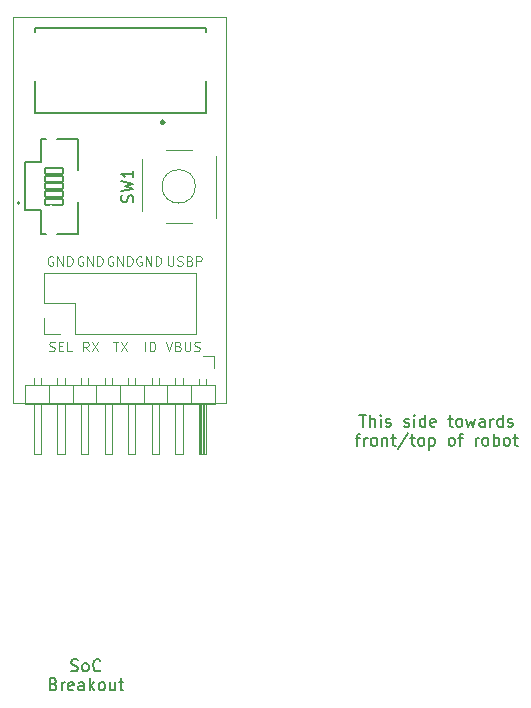
<source format=gbr>
%TF.GenerationSoftware,KiCad,Pcbnew,7.0.7*%
%TF.CreationDate,2023-09-15T20:16:18+02:00*%
%TF.ProjectId,DreameBreakout,44726561-6d65-4427-9265-616b6f75742e,rev?*%
%TF.SameCoordinates,Original*%
%TF.FileFunction,Legend,Top*%
%TF.FilePolarity,Positive*%
%FSLAX45Y45*%
G04 Gerber Fmt 4.5, Leading zero omitted, Abs format (unit mm)*
G04 Created by KiCad (PCBNEW 7.0.7) date 2023-09-15 20:16:18*
%MOMM*%
%LPD*%
G01*
G04 APERTURE LIST*
G04 Aperture macros list*
%AMRoundRect*
0 Rectangle with rounded corners*
0 $1 Rounding radius*
0 $2 $3 $4 $5 $6 $7 $8 $9 X,Y pos of 4 corners*
0 Add a 4 corners polygon primitive as box body*
4,1,4,$2,$3,$4,$5,$6,$7,$8,$9,$2,$3,0*
0 Add four circle primitives for the rounded corners*
1,1,$1+$1,$2,$3*
1,1,$1+$1,$4,$5*
1,1,$1+$1,$6,$7*
1,1,$1+$1,$8,$9*
0 Add four rect primitives between the rounded corners*
20,1,$1+$1,$2,$3,$4,$5,0*
20,1,$1+$1,$4,$5,$6,$7,0*
20,1,$1+$1,$6,$7,$8,$9,0*
20,1,$1+$1,$8,$9,$2,$3,0*%
G04 Aperture macros list end*
%TA.AperFunction,Profile*%
%ADD10C,0.100000*%
%TD*%
%ADD11C,0.120000*%
%ADD12C,0.150000*%
%ADD13C,0.127000*%
%ADD14C,0.300000*%
%ADD15C,0.200000*%
%ADD16R,1.700000X1.700000*%
%ADD17O,1.700000X1.700000*%
%ADD18R,1.428000X1.428000*%
%ADD19C,1.428000*%
%ADD20C,3.346000*%
%ADD21R,1.350000X1.350000*%
%ADD22O,1.350000X1.350000*%
%ADD23RoundRect,0.076200X0.750000X0.225000X-0.750000X0.225000X-0.750000X-0.225000X0.750000X-0.225000X0*%
%ADD24O,1.252400X2.352400*%
%ADD25C,1.700000*%
G04 APERTURE END LIST*
D10*
X5000000Y-4065500D02*
X6800000Y-4065500D01*
X6800000Y-7332600D01*
X5000000Y-7332600D01*
X5000000Y-4065500D01*
D11*
X6119500Y-6894385D02*
X6119500Y-6814385D01*
X6157595Y-6894385D02*
X6157595Y-6814385D01*
X6157595Y-6814385D02*
X6176643Y-6814385D01*
X6176643Y-6814385D02*
X6188071Y-6818195D01*
X6188071Y-6818195D02*
X6195690Y-6825814D01*
X6195690Y-6825814D02*
X6199500Y-6833433D01*
X6199500Y-6833433D02*
X6203309Y-6848671D01*
X6203309Y-6848671D02*
X6203309Y-6860100D01*
X6203309Y-6860100D02*
X6199500Y-6875338D01*
X6199500Y-6875338D02*
X6195690Y-6882957D01*
X6195690Y-6882957D02*
X6188071Y-6890576D01*
X6188071Y-6890576D02*
X6176643Y-6894385D01*
X6176643Y-6894385D02*
X6157595Y-6894385D01*
D12*
X7930438Y-7434182D02*
X7987581Y-7434182D01*
X7959009Y-7534182D02*
X7959009Y-7434182D01*
X8020914Y-7534182D02*
X8020914Y-7434182D01*
X8063771Y-7534182D02*
X8063771Y-7481801D01*
X8063771Y-7481801D02*
X8059009Y-7472277D01*
X8059009Y-7472277D02*
X8049486Y-7467515D01*
X8049486Y-7467515D02*
X8035200Y-7467515D01*
X8035200Y-7467515D02*
X8025676Y-7472277D01*
X8025676Y-7472277D02*
X8020914Y-7477039D01*
X8111390Y-7534182D02*
X8111390Y-7467515D01*
X8111390Y-7434182D02*
X8106628Y-7438944D01*
X8106628Y-7438944D02*
X8111390Y-7443706D01*
X8111390Y-7443706D02*
X8116152Y-7438944D01*
X8116152Y-7438944D02*
X8111390Y-7434182D01*
X8111390Y-7434182D02*
X8111390Y-7443706D01*
X8154247Y-7529420D02*
X8163771Y-7534182D01*
X8163771Y-7534182D02*
X8182819Y-7534182D01*
X8182819Y-7534182D02*
X8192343Y-7529420D01*
X8192343Y-7529420D02*
X8197105Y-7519896D01*
X8197105Y-7519896D02*
X8197105Y-7515134D01*
X8197105Y-7515134D02*
X8192343Y-7505610D01*
X8192343Y-7505610D02*
X8182819Y-7500848D01*
X8182819Y-7500848D02*
X8168533Y-7500848D01*
X8168533Y-7500848D02*
X8159009Y-7496087D01*
X8159009Y-7496087D02*
X8154247Y-7486563D01*
X8154247Y-7486563D02*
X8154247Y-7481801D01*
X8154247Y-7481801D02*
X8159009Y-7472277D01*
X8159009Y-7472277D02*
X8168533Y-7467515D01*
X8168533Y-7467515D02*
X8182819Y-7467515D01*
X8182819Y-7467515D02*
X8192343Y-7472277D01*
X8311390Y-7529420D02*
X8320914Y-7534182D01*
X8320914Y-7534182D02*
X8339962Y-7534182D01*
X8339962Y-7534182D02*
X8349486Y-7529420D01*
X8349486Y-7529420D02*
X8354247Y-7519896D01*
X8354247Y-7519896D02*
X8354247Y-7515134D01*
X8354247Y-7515134D02*
X8349486Y-7505610D01*
X8349486Y-7505610D02*
X8339962Y-7500848D01*
X8339962Y-7500848D02*
X8325676Y-7500848D01*
X8325676Y-7500848D02*
X8316152Y-7496087D01*
X8316152Y-7496087D02*
X8311390Y-7486563D01*
X8311390Y-7486563D02*
X8311390Y-7481801D01*
X8311390Y-7481801D02*
X8316152Y-7472277D01*
X8316152Y-7472277D02*
X8325676Y-7467515D01*
X8325676Y-7467515D02*
X8339962Y-7467515D01*
X8339962Y-7467515D02*
X8349486Y-7472277D01*
X8397105Y-7534182D02*
X8397105Y-7467515D01*
X8397105Y-7434182D02*
X8392343Y-7438944D01*
X8392343Y-7438944D02*
X8397105Y-7443706D01*
X8397105Y-7443706D02*
X8401867Y-7438944D01*
X8401867Y-7438944D02*
X8397105Y-7434182D01*
X8397105Y-7434182D02*
X8397105Y-7443706D01*
X8487581Y-7534182D02*
X8487581Y-7434182D01*
X8487581Y-7529420D02*
X8478057Y-7534182D01*
X8478057Y-7534182D02*
X8459009Y-7534182D01*
X8459009Y-7534182D02*
X8449486Y-7529420D01*
X8449486Y-7529420D02*
X8444724Y-7524658D01*
X8444724Y-7524658D02*
X8439962Y-7515134D01*
X8439962Y-7515134D02*
X8439962Y-7486563D01*
X8439962Y-7486563D02*
X8444724Y-7477039D01*
X8444724Y-7477039D02*
X8449486Y-7472277D01*
X8449486Y-7472277D02*
X8459009Y-7467515D01*
X8459009Y-7467515D02*
X8478057Y-7467515D01*
X8478057Y-7467515D02*
X8487581Y-7472277D01*
X8573295Y-7529420D02*
X8563771Y-7534182D01*
X8563771Y-7534182D02*
X8544724Y-7534182D01*
X8544724Y-7534182D02*
X8535200Y-7529420D01*
X8535200Y-7529420D02*
X8530438Y-7519896D01*
X8530438Y-7519896D02*
X8530438Y-7481801D01*
X8530438Y-7481801D02*
X8535200Y-7472277D01*
X8535200Y-7472277D02*
X8544724Y-7467515D01*
X8544724Y-7467515D02*
X8563771Y-7467515D01*
X8563771Y-7467515D02*
X8573295Y-7472277D01*
X8573295Y-7472277D02*
X8578057Y-7481801D01*
X8578057Y-7481801D02*
X8578057Y-7491325D01*
X8578057Y-7491325D02*
X8530438Y-7500848D01*
X8682819Y-7467515D02*
X8720914Y-7467515D01*
X8697105Y-7434182D02*
X8697105Y-7519896D01*
X8697105Y-7519896D02*
X8701867Y-7529420D01*
X8701867Y-7529420D02*
X8711390Y-7534182D01*
X8711390Y-7534182D02*
X8720914Y-7534182D01*
X8768533Y-7534182D02*
X8759010Y-7529420D01*
X8759010Y-7529420D02*
X8754248Y-7524658D01*
X8754248Y-7524658D02*
X8749486Y-7515134D01*
X8749486Y-7515134D02*
X8749486Y-7486563D01*
X8749486Y-7486563D02*
X8754248Y-7477039D01*
X8754248Y-7477039D02*
X8759010Y-7472277D01*
X8759010Y-7472277D02*
X8768533Y-7467515D01*
X8768533Y-7467515D02*
X8782819Y-7467515D01*
X8782819Y-7467515D02*
X8792343Y-7472277D01*
X8792343Y-7472277D02*
X8797105Y-7477039D01*
X8797105Y-7477039D02*
X8801867Y-7486563D01*
X8801867Y-7486563D02*
X8801867Y-7515134D01*
X8801867Y-7515134D02*
X8797105Y-7524658D01*
X8797105Y-7524658D02*
X8792343Y-7529420D01*
X8792343Y-7529420D02*
X8782819Y-7534182D01*
X8782819Y-7534182D02*
X8768533Y-7534182D01*
X8835200Y-7467515D02*
X8854248Y-7534182D01*
X8854248Y-7534182D02*
X8873295Y-7486563D01*
X8873295Y-7486563D02*
X8892343Y-7534182D01*
X8892343Y-7534182D02*
X8911390Y-7467515D01*
X8992343Y-7534182D02*
X8992343Y-7481801D01*
X8992343Y-7481801D02*
X8987581Y-7472277D01*
X8987581Y-7472277D02*
X8978057Y-7467515D01*
X8978057Y-7467515D02*
X8959010Y-7467515D01*
X8959010Y-7467515D02*
X8949486Y-7472277D01*
X8992343Y-7529420D02*
X8982819Y-7534182D01*
X8982819Y-7534182D02*
X8959010Y-7534182D01*
X8959010Y-7534182D02*
X8949486Y-7529420D01*
X8949486Y-7529420D02*
X8944724Y-7519896D01*
X8944724Y-7519896D02*
X8944724Y-7510372D01*
X8944724Y-7510372D02*
X8949486Y-7500848D01*
X8949486Y-7500848D02*
X8959010Y-7496087D01*
X8959010Y-7496087D02*
X8982819Y-7496087D01*
X8982819Y-7496087D02*
X8992343Y-7491325D01*
X9039962Y-7534182D02*
X9039962Y-7467515D01*
X9039962Y-7486563D02*
X9044724Y-7477039D01*
X9044724Y-7477039D02*
X9049486Y-7472277D01*
X9049486Y-7472277D02*
X9059010Y-7467515D01*
X9059010Y-7467515D02*
X9068533Y-7467515D01*
X9144724Y-7534182D02*
X9144724Y-7434182D01*
X9144724Y-7529420D02*
X9135200Y-7534182D01*
X9135200Y-7534182D02*
X9116152Y-7534182D01*
X9116152Y-7534182D02*
X9106629Y-7529420D01*
X9106629Y-7529420D02*
X9101867Y-7524658D01*
X9101867Y-7524658D02*
X9097105Y-7515134D01*
X9097105Y-7515134D02*
X9097105Y-7486563D01*
X9097105Y-7486563D02*
X9101867Y-7477039D01*
X9101867Y-7477039D02*
X9106629Y-7472277D01*
X9106629Y-7472277D02*
X9116152Y-7467515D01*
X9116152Y-7467515D02*
X9135200Y-7467515D01*
X9135200Y-7467515D02*
X9144724Y-7472277D01*
X9187581Y-7529420D02*
X9197105Y-7534182D01*
X9197105Y-7534182D02*
X9216152Y-7534182D01*
X9216152Y-7534182D02*
X9225676Y-7529420D01*
X9225676Y-7529420D02*
X9230438Y-7519896D01*
X9230438Y-7519896D02*
X9230438Y-7515134D01*
X9230438Y-7515134D02*
X9225676Y-7505610D01*
X9225676Y-7505610D02*
X9216152Y-7500848D01*
X9216152Y-7500848D02*
X9201867Y-7500848D01*
X9201867Y-7500848D02*
X9192343Y-7496087D01*
X9192343Y-7496087D02*
X9187581Y-7486563D01*
X9187581Y-7486563D02*
X9187581Y-7481801D01*
X9187581Y-7481801D02*
X9192343Y-7472277D01*
X9192343Y-7472277D02*
X9201867Y-7467515D01*
X9201867Y-7467515D02*
X9216152Y-7467515D01*
X9216152Y-7467515D02*
X9225676Y-7472277D01*
X7899485Y-7628515D02*
X7937581Y-7628515D01*
X7913771Y-7695182D02*
X7913771Y-7609468D01*
X7913771Y-7609468D02*
X7918533Y-7599944D01*
X7918533Y-7599944D02*
X7928057Y-7595182D01*
X7928057Y-7595182D02*
X7937581Y-7595182D01*
X7970914Y-7695182D02*
X7970914Y-7628515D01*
X7970914Y-7647563D02*
X7975676Y-7638039D01*
X7975676Y-7638039D02*
X7980438Y-7633277D01*
X7980438Y-7633277D02*
X7989962Y-7628515D01*
X7989962Y-7628515D02*
X7999485Y-7628515D01*
X8047105Y-7695182D02*
X8037581Y-7690420D01*
X8037581Y-7690420D02*
X8032819Y-7685658D01*
X8032819Y-7685658D02*
X8028057Y-7676134D01*
X8028057Y-7676134D02*
X8028057Y-7647563D01*
X8028057Y-7647563D02*
X8032819Y-7638039D01*
X8032819Y-7638039D02*
X8037581Y-7633277D01*
X8037581Y-7633277D02*
X8047105Y-7628515D01*
X8047105Y-7628515D02*
X8061390Y-7628515D01*
X8061390Y-7628515D02*
X8070914Y-7633277D01*
X8070914Y-7633277D02*
X8075676Y-7638039D01*
X8075676Y-7638039D02*
X8080438Y-7647563D01*
X8080438Y-7647563D02*
X8080438Y-7676134D01*
X8080438Y-7676134D02*
X8075676Y-7685658D01*
X8075676Y-7685658D02*
X8070914Y-7690420D01*
X8070914Y-7690420D02*
X8061390Y-7695182D01*
X8061390Y-7695182D02*
X8047105Y-7695182D01*
X8123295Y-7628515D02*
X8123295Y-7695182D01*
X8123295Y-7638039D02*
X8128057Y-7633277D01*
X8128057Y-7633277D02*
X8137581Y-7628515D01*
X8137581Y-7628515D02*
X8151866Y-7628515D01*
X8151866Y-7628515D02*
X8161390Y-7633277D01*
X8161390Y-7633277D02*
X8166152Y-7642801D01*
X8166152Y-7642801D02*
X8166152Y-7695182D01*
X8199486Y-7628515D02*
X8237581Y-7628515D01*
X8213771Y-7595182D02*
X8213771Y-7680896D01*
X8213771Y-7680896D02*
X8218533Y-7690420D01*
X8218533Y-7690420D02*
X8228057Y-7695182D01*
X8228057Y-7695182D02*
X8237581Y-7695182D01*
X8342343Y-7590420D02*
X8256628Y-7718991D01*
X8361390Y-7628515D02*
X8399486Y-7628515D01*
X8375676Y-7595182D02*
X8375676Y-7680896D01*
X8375676Y-7680896D02*
X8380438Y-7690420D01*
X8380438Y-7690420D02*
X8389962Y-7695182D01*
X8389962Y-7695182D02*
X8399486Y-7695182D01*
X8447105Y-7695182D02*
X8437581Y-7690420D01*
X8437581Y-7690420D02*
X8432819Y-7685658D01*
X8432819Y-7685658D02*
X8428057Y-7676134D01*
X8428057Y-7676134D02*
X8428057Y-7647563D01*
X8428057Y-7647563D02*
X8432819Y-7638039D01*
X8432819Y-7638039D02*
X8437581Y-7633277D01*
X8437581Y-7633277D02*
X8447105Y-7628515D01*
X8447105Y-7628515D02*
X8461390Y-7628515D01*
X8461390Y-7628515D02*
X8470914Y-7633277D01*
X8470914Y-7633277D02*
X8475676Y-7638039D01*
X8475676Y-7638039D02*
X8480438Y-7647563D01*
X8480438Y-7647563D02*
X8480438Y-7676134D01*
X8480438Y-7676134D02*
X8475676Y-7685658D01*
X8475676Y-7685658D02*
X8470914Y-7690420D01*
X8470914Y-7690420D02*
X8461390Y-7695182D01*
X8461390Y-7695182D02*
X8447105Y-7695182D01*
X8523295Y-7628515D02*
X8523295Y-7728515D01*
X8523295Y-7633277D02*
X8532819Y-7628515D01*
X8532819Y-7628515D02*
X8551867Y-7628515D01*
X8551867Y-7628515D02*
X8561390Y-7633277D01*
X8561390Y-7633277D02*
X8566152Y-7638039D01*
X8566152Y-7638039D02*
X8570914Y-7647563D01*
X8570914Y-7647563D02*
X8570914Y-7676134D01*
X8570914Y-7676134D02*
X8566152Y-7685658D01*
X8566152Y-7685658D02*
X8561390Y-7690420D01*
X8561390Y-7690420D02*
X8551867Y-7695182D01*
X8551867Y-7695182D02*
X8532819Y-7695182D01*
X8532819Y-7695182D02*
X8523295Y-7690420D01*
X8704248Y-7695182D02*
X8694724Y-7690420D01*
X8694724Y-7690420D02*
X8689962Y-7685658D01*
X8689962Y-7685658D02*
X8685200Y-7676134D01*
X8685200Y-7676134D02*
X8685200Y-7647563D01*
X8685200Y-7647563D02*
X8689962Y-7638039D01*
X8689962Y-7638039D02*
X8694724Y-7633277D01*
X8694724Y-7633277D02*
X8704248Y-7628515D01*
X8704248Y-7628515D02*
X8718533Y-7628515D01*
X8718533Y-7628515D02*
X8728057Y-7633277D01*
X8728057Y-7633277D02*
X8732819Y-7638039D01*
X8732819Y-7638039D02*
X8737581Y-7647563D01*
X8737581Y-7647563D02*
X8737581Y-7676134D01*
X8737581Y-7676134D02*
X8732819Y-7685658D01*
X8732819Y-7685658D02*
X8728057Y-7690420D01*
X8728057Y-7690420D02*
X8718533Y-7695182D01*
X8718533Y-7695182D02*
X8704248Y-7695182D01*
X8766152Y-7628515D02*
X8804248Y-7628515D01*
X8780438Y-7695182D02*
X8780438Y-7609468D01*
X8780438Y-7609468D02*
X8785200Y-7599944D01*
X8785200Y-7599944D02*
X8794724Y-7595182D01*
X8794724Y-7595182D02*
X8804248Y-7595182D01*
X8913772Y-7695182D02*
X8913772Y-7628515D01*
X8913772Y-7647563D02*
X8918533Y-7638039D01*
X8918533Y-7638039D02*
X8923295Y-7633277D01*
X8923295Y-7633277D02*
X8932819Y-7628515D01*
X8932819Y-7628515D02*
X8942343Y-7628515D01*
X8989962Y-7695182D02*
X8980438Y-7690420D01*
X8980438Y-7690420D02*
X8975676Y-7685658D01*
X8975676Y-7685658D02*
X8970914Y-7676134D01*
X8970914Y-7676134D02*
X8970914Y-7647563D01*
X8970914Y-7647563D02*
X8975676Y-7638039D01*
X8975676Y-7638039D02*
X8980438Y-7633277D01*
X8980438Y-7633277D02*
X8989962Y-7628515D01*
X8989962Y-7628515D02*
X9004248Y-7628515D01*
X9004248Y-7628515D02*
X9013772Y-7633277D01*
X9013772Y-7633277D02*
X9018533Y-7638039D01*
X9018533Y-7638039D02*
X9023295Y-7647563D01*
X9023295Y-7647563D02*
X9023295Y-7676134D01*
X9023295Y-7676134D02*
X9018533Y-7685658D01*
X9018533Y-7685658D02*
X9013772Y-7690420D01*
X9013772Y-7690420D02*
X9004248Y-7695182D01*
X9004248Y-7695182D02*
X8989962Y-7695182D01*
X9066153Y-7695182D02*
X9066153Y-7595182D01*
X9066153Y-7633277D02*
X9075676Y-7628515D01*
X9075676Y-7628515D02*
X9094724Y-7628515D01*
X9094724Y-7628515D02*
X9104248Y-7633277D01*
X9104248Y-7633277D02*
X9109010Y-7638039D01*
X9109010Y-7638039D02*
X9113772Y-7647563D01*
X9113772Y-7647563D02*
X9113772Y-7676134D01*
X9113772Y-7676134D02*
X9109010Y-7685658D01*
X9109010Y-7685658D02*
X9104248Y-7690420D01*
X9104248Y-7690420D02*
X9094724Y-7695182D01*
X9094724Y-7695182D02*
X9075676Y-7695182D01*
X9075676Y-7695182D02*
X9066153Y-7690420D01*
X9170914Y-7695182D02*
X9161391Y-7690420D01*
X9161391Y-7690420D02*
X9156629Y-7685658D01*
X9156629Y-7685658D02*
X9151867Y-7676134D01*
X9151867Y-7676134D02*
X9151867Y-7647563D01*
X9151867Y-7647563D02*
X9156629Y-7638039D01*
X9156629Y-7638039D02*
X9161391Y-7633277D01*
X9161391Y-7633277D02*
X9170914Y-7628515D01*
X9170914Y-7628515D02*
X9185200Y-7628515D01*
X9185200Y-7628515D02*
X9194724Y-7633277D01*
X9194724Y-7633277D02*
X9199486Y-7638039D01*
X9199486Y-7638039D02*
X9204248Y-7647563D01*
X9204248Y-7647563D02*
X9204248Y-7676134D01*
X9204248Y-7676134D02*
X9199486Y-7685658D01*
X9199486Y-7685658D02*
X9194724Y-7690420D01*
X9194724Y-7690420D02*
X9185200Y-7695182D01*
X9185200Y-7695182D02*
X9170914Y-7695182D01*
X9232819Y-7628515D02*
X9270914Y-7628515D01*
X9247105Y-7595182D02*
X9247105Y-7680896D01*
X9247105Y-7680896D02*
X9251867Y-7690420D01*
X9251867Y-7690420D02*
X9261391Y-7695182D01*
X9261391Y-7695182D02*
X9270914Y-7695182D01*
D11*
X6292233Y-6814385D02*
X6318900Y-6894385D01*
X6318900Y-6894385D02*
X6345567Y-6814385D01*
X6398900Y-6852481D02*
X6410328Y-6856290D01*
X6410328Y-6856290D02*
X6414138Y-6860100D01*
X6414138Y-6860100D02*
X6417948Y-6867719D01*
X6417948Y-6867719D02*
X6417948Y-6879147D01*
X6417948Y-6879147D02*
X6414138Y-6886766D01*
X6414138Y-6886766D02*
X6410328Y-6890576D01*
X6410328Y-6890576D02*
X6402709Y-6894385D01*
X6402709Y-6894385D02*
X6372233Y-6894385D01*
X6372233Y-6894385D02*
X6372233Y-6814385D01*
X6372233Y-6814385D02*
X6398900Y-6814385D01*
X6398900Y-6814385D02*
X6406519Y-6818195D01*
X6406519Y-6818195D02*
X6410328Y-6822004D01*
X6410328Y-6822004D02*
X6414138Y-6829624D01*
X6414138Y-6829624D02*
X6414138Y-6837243D01*
X6414138Y-6837243D02*
X6410328Y-6844862D01*
X6410328Y-6844862D02*
X6406519Y-6848671D01*
X6406519Y-6848671D02*
X6398900Y-6852481D01*
X6398900Y-6852481D02*
X6372233Y-6852481D01*
X6452233Y-6814385D02*
X6452233Y-6879147D01*
X6452233Y-6879147D02*
X6456043Y-6886766D01*
X6456043Y-6886766D02*
X6459852Y-6890576D01*
X6459852Y-6890576D02*
X6467471Y-6894385D01*
X6467471Y-6894385D02*
X6482709Y-6894385D01*
X6482709Y-6894385D02*
X6490328Y-6890576D01*
X6490328Y-6890576D02*
X6494138Y-6886766D01*
X6494138Y-6886766D02*
X6497948Y-6879147D01*
X6497948Y-6879147D02*
X6497948Y-6814385D01*
X6532233Y-6890576D02*
X6543662Y-6894385D01*
X6543662Y-6894385D02*
X6562709Y-6894385D01*
X6562709Y-6894385D02*
X6570328Y-6890576D01*
X6570328Y-6890576D02*
X6574138Y-6886766D01*
X6574138Y-6886766D02*
X6577947Y-6879147D01*
X6577947Y-6879147D02*
X6577947Y-6871528D01*
X6577947Y-6871528D02*
X6574138Y-6863909D01*
X6574138Y-6863909D02*
X6570328Y-6860100D01*
X6570328Y-6860100D02*
X6562709Y-6856290D01*
X6562709Y-6856290D02*
X6547471Y-6852481D01*
X6547471Y-6852481D02*
X6539852Y-6848671D01*
X6539852Y-6848671D02*
X6536043Y-6844862D01*
X6536043Y-6844862D02*
X6532233Y-6837243D01*
X6532233Y-6837243D02*
X6532233Y-6829624D01*
X6532233Y-6829624D02*
X6536043Y-6822004D01*
X6536043Y-6822004D02*
X6539852Y-6818195D01*
X6539852Y-6818195D02*
X6547471Y-6814385D01*
X6547471Y-6814385D02*
X6566519Y-6814385D01*
X6566519Y-6814385D02*
X6577947Y-6818195D01*
X6310648Y-6090485D02*
X6310648Y-6155247D01*
X6310648Y-6155247D02*
X6314457Y-6162866D01*
X6314457Y-6162866D02*
X6318267Y-6166676D01*
X6318267Y-6166676D02*
X6325886Y-6170485D01*
X6325886Y-6170485D02*
X6341124Y-6170485D01*
X6341124Y-6170485D02*
X6348743Y-6166676D01*
X6348743Y-6166676D02*
X6352552Y-6162866D01*
X6352552Y-6162866D02*
X6356362Y-6155247D01*
X6356362Y-6155247D02*
X6356362Y-6090485D01*
X6390647Y-6166676D02*
X6402076Y-6170485D01*
X6402076Y-6170485D02*
X6421124Y-6170485D01*
X6421124Y-6170485D02*
X6428743Y-6166676D01*
X6428743Y-6166676D02*
X6432552Y-6162866D01*
X6432552Y-6162866D02*
X6436362Y-6155247D01*
X6436362Y-6155247D02*
X6436362Y-6147628D01*
X6436362Y-6147628D02*
X6432552Y-6140009D01*
X6432552Y-6140009D02*
X6428743Y-6136200D01*
X6428743Y-6136200D02*
X6421124Y-6132390D01*
X6421124Y-6132390D02*
X6405886Y-6128581D01*
X6405886Y-6128581D02*
X6398267Y-6124771D01*
X6398267Y-6124771D02*
X6394457Y-6120962D01*
X6394457Y-6120962D02*
X6390647Y-6113343D01*
X6390647Y-6113343D02*
X6390647Y-6105724D01*
X6390647Y-6105724D02*
X6394457Y-6098104D01*
X6394457Y-6098104D02*
X6398267Y-6094295D01*
X6398267Y-6094295D02*
X6405886Y-6090485D01*
X6405886Y-6090485D02*
X6424933Y-6090485D01*
X6424933Y-6090485D02*
X6436362Y-6094295D01*
X6497314Y-6128581D02*
X6508743Y-6132390D01*
X6508743Y-6132390D02*
X6512552Y-6136200D01*
X6512552Y-6136200D02*
X6516362Y-6143819D01*
X6516362Y-6143819D02*
X6516362Y-6155247D01*
X6516362Y-6155247D02*
X6512552Y-6162866D01*
X6512552Y-6162866D02*
X6508743Y-6166676D01*
X6508743Y-6166676D02*
X6501124Y-6170485D01*
X6501124Y-6170485D02*
X6470648Y-6170485D01*
X6470648Y-6170485D02*
X6470648Y-6090485D01*
X6470648Y-6090485D02*
X6497314Y-6090485D01*
X6497314Y-6090485D02*
X6504933Y-6094295D01*
X6504933Y-6094295D02*
X6508743Y-6098104D01*
X6508743Y-6098104D02*
X6512552Y-6105724D01*
X6512552Y-6105724D02*
X6512552Y-6113343D01*
X6512552Y-6113343D02*
X6508743Y-6120962D01*
X6508743Y-6120962D02*
X6504933Y-6124771D01*
X6504933Y-6124771D02*
X6497314Y-6128581D01*
X6497314Y-6128581D02*
X6470648Y-6128581D01*
X6550648Y-6170485D02*
X6550648Y-6090485D01*
X6550648Y-6090485D02*
X6581124Y-6090485D01*
X6581124Y-6090485D02*
X6588743Y-6094295D01*
X6588743Y-6094295D02*
X6592552Y-6098104D01*
X6592552Y-6098104D02*
X6596362Y-6105724D01*
X6596362Y-6105724D02*
X6596362Y-6117152D01*
X6596362Y-6117152D02*
X6592552Y-6124771D01*
X6592552Y-6124771D02*
X6588743Y-6128581D01*
X6588743Y-6128581D02*
X6581124Y-6132390D01*
X6581124Y-6132390D02*
X6550648Y-6132390D01*
X5336548Y-6094295D02*
X5328929Y-6090485D01*
X5328929Y-6090485D02*
X5317500Y-6090485D01*
X5317500Y-6090485D02*
X5306071Y-6094295D01*
X5306071Y-6094295D02*
X5298452Y-6101914D01*
X5298452Y-6101914D02*
X5294643Y-6109533D01*
X5294643Y-6109533D02*
X5290833Y-6124771D01*
X5290833Y-6124771D02*
X5290833Y-6136200D01*
X5290833Y-6136200D02*
X5294643Y-6151438D01*
X5294643Y-6151438D02*
X5298452Y-6159057D01*
X5298452Y-6159057D02*
X5306071Y-6166676D01*
X5306071Y-6166676D02*
X5317500Y-6170485D01*
X5317500Y-6170485D02*
X5325119Y-6170485D01*
X5325119Y-6170485D02*
X5336548Y-6166676D01*
X5336548Y-6166676D02*
X5340357Y-6162866D01*
X5340357Y-6162866D02*
X5340357Y-6136200D01*
X5340357Y-6136200D02*
X5325119Y-6136200D01*
X5374643Y-6170485D02*
X5374643Y-6090485D01*
X5374643Y-6090485D02*
X5420357Y-6170485D01*
X5420357Y-6170485D02*
X5420357Y-6090485D01*
X5458452Y-6170485D02*
X5458452Y-6090485D01*
X5458452Y-6090485D02*
X5477500Y-6090485D01*
X5477500Y-6090485D02*
X5488929Y-6094295D01*
X5488929Y-6094295D02*
X5496548Y-6101914D01*
X5496548Y-6101914D02*
X5500357Y-6109533D01*
X5500357Y-6109533D02*
X5504167Y-6124771D01*
X5504167Y-6124771D02*
X5504167Y-6136200D01*
X5504167Y-6136200D02*
X5500357Y-6151438D01*
X5500357Y-6151438D02*
X5496548Y-6159057D01*
X5496548Y-6159057D02*
X5488929Y-6166676D01*
X5488929Y-6166676D02*
X5477500Y-6170485D01*
X5477500Y-6170485D02*
X5458452Y-6170485D01*
X5844548Y-6814385D02*
X5890262Y-6814385D01*
X5867405Y-6894385D02*
X5867405Y-6814385D01*
X5909309Y-6814385D02*
X5962643Y-6894385D01*
X5962643Y-6814385D02*
X5909309Y-6894385D01*
X5844548Y-6094295D02*
X5836929Y-6090485D01*
X5836929Y-6090485D02*
X5825500Y-6090485D01*
X5825500Y-6090485D02*
X5814071Y-6094295D01*
X5814071Y-6094295D02*
X5806452Y-6101914D01*
X5806452Y-6101914D02*
X5802643Y-6109533D01*
X5802643Y-6109533D02*
X5798833Y-6124771D01*
X5798833Y-6124771D02*
X5798833Y-6136200D01*
X5798833Y-6136200D02*
X5802643Y-6151438D01*
X5802643Y-6151438D02*
X5806452Y-6159057D01*
X5806452Y-6159057D02*
X5814071Y-6166676D01*
X5814071Y-6166676D02*
X5825500Y-6170485D01*
X5825500Y-6170485D02*
X5833119Y-6170485D01*
X5833119Y-6170485D02*
X5844548Y-6166676D01*
X5844548Y-6166676D02*
X5848357Y-6162866D01*
X5848357Y-6162866D02*
X5848357Y-6136200D01*
X5848357Y-6136200D02*
X5833119Y-6136200D01*
X5882643Y-6170485D02*
X5882643Y-6090485D01*
X5882643Y-6090485D02*
X5928357Y-6170485D01*
X5928357Y-6170485D02*
X5928357Y-6090485D01*
X5966452Y-6170485D02*
X5966452Y-6090485D01*
X5966452Y-6090485D02*
X5985500Y-6090485D01*
X5985500Y-6090485D02*
X5996929Y-6094295D01*
X5996929Y-6094295D02*
X6004548Y-6101914D01*
X6004548Y-6101914D02*
X6008357Y-6109533D01*
X6008357Y-6109533D02*
X6012167Y-6124771D01*
X6012167Y-6124771D02*
X6012167Y-6136200D01*
X6012167Y-6136200D02*
X6008357Y-6151438D01*
X6008357Y-6151438D02*
X6004548Y-6159057D01*
X6004548Y-6159057D02*
X5996929Y-6166676D01*
X5996929Y-6166676D02*
X5985500Y-6170485D01*
X5985500Y-6170485D02*
X5966452Y-6170485D01*
X6085848Y-6094295D02*
X6078229Y-6090485D01*
X6078229Y-6090485D02*
X6066800Y-6090485D01*
X6066800Y-6090485D02*
X6055371Y-6094295D01*
X6055371Y-6094295D02*
X6047752Y-6101914D01*
X6047752Y-6101914D02*
X6043943Y-6109533D01*
X6043943Y-6109533D02*
X6040133Y-6124771D01*
X6040133Y-6124771D02*
X6040133Y-6136200D01*
X6040133Y-6136200D02*
X6043943Y-6151438D01*
X6043943Y-6151438D02*
X6047752Y-6159057D01*
X6047752Y-6159057D02*
X6055371Y-6166676D01*
X6055371Y-6166676D02*
X6066800Y-6170485D01*
X6066800Y-6170485D02*
X6074419Y-6170485D01*
X6074419Y-6170485D02*
X6085848Y-6166676D01*
X6085848Y-6166676D02*
X6089657Y-6162866D01*
X6089657Y-6162866D02*
X6089657Y-6136200D01*
X6089657Y-6136200D02*
X6074419Y-6136200D01*
X6123943Y-6170485D02*
X6123943Y-6090485D01*
X6123943Y-6090485D02*
X6169657Y-6170485D01*
X6169657Y-6170485D02*
X6169657Y-6090485D01*
X6207752Y-6170485D02*
X6207752Y-6090485D01*
X6207752Y-6090485D02*
X6226800Y-6090485D01*
X6226800Y-6090485D02*
X6238229Y-6094295D01*
X6238229Y-6094295D02*
X6245848Y-6101914D01*
X6245848Y-6101914D02*
X6249657Y-6109533D01*
X6249657Y-6109533D02*
X6253467Y-6124771D01*
X6253467Y-6124771D02*
X6253467Y-6136200D01*
X6253467Y-6136200D02*
X6249657Y-6151438D01*
X6249657Y-6151438D02*
X6245848Y-6159057D01*
X6245848Y-6159057D02*
X6238229Y-6166676D01*
X6238229Y-6166676D02*
X6226800Y-6170485D01*
X6226800Y-6170485D02*
X6207752Y-6170485D01*
X5638167Y-6894385D02*
X5611500Y-6856290D01*
X5592452Y-6894385D02*
X5592452Y-6814385D01*
X5592452Y-6814385D02*
X5622929Y-6814385D01*
X5622929Y-6814385D02*
X5630548Y-6818195D01*
X5630548Y-6818195D02*
X5634357Y-6822004D01*
X5634357Y-6822004D02*
X5638167Y-6829624D01*
X5638167Y-6829624D02*
X5638167Y-6841052D01*
X5638167Y-6841052D02*
X5634357Y-6848671D01*
X5634357Y-6848671D02*
X5630548Y-6852481D01*
X5630548Y-6852481D02*
X5622929Y-6856290D01*
X5622929Y-6856290D02*
X5592452Y-6856290D01*
X5664833Y-6814385D02*
X5718167Y-6894385D01*
X5718167Y-6814385D02*
X5664833Y-6894385D01*
X5306071Y-6890576D02*
X5317500Y-6894385D01*
X5317500Y-6894385D02*
X5336548Y-6894385D01*
X5336548Y-6894385D02*
X5344167Y-6890576D01*
X5344167Y-6890576D02*
X5347976Y-6886766D01*
X5347976Y-6886766D02*
X5351786Y-6879147D01*
X5351786Y-6879147D02*
X5351786Y-6871528D01*
X5351786Y-6871528D02*
X5347976Y-6863909D01*
X5347976Y-6863909D02*
X5344167Y-6860100D01*
X5344167Y-6860100D02*
X5336548Y-6856290D01*
X5336548Y-6856290D02*
X5321309Y-6852481D01*
X5321309Y-6852481D02*
X5313690Y-6848671D01*
X5313690Y-6848671D02*
X5309881Y-6844862D01*
X5309881Y-6844862D02*
X5306071Y-6837243D01*
X5306071Y-6837243D02*
X5306071Y-6829624D01*
X5306071Y-6829624D02*
X5309881Y-6822004D01*
X5309881Y-6822004D02*
X5313690Y-6818195D01*
X5313690Y-6818195D02*
X5321309Y-6814385D01*
X5321309Y-6814385D02*
X5340357Y-6814385D01*
X5340357Y-6814385D02*
X5351786Y-6818195D01*
X5386071Y-6852481D02*
X5412738Y-6852481D01*
X5424167Y-6894385D02*
X5386071Y-6894385D01*
X5386071Y-6894385D02*
X5386071Y-6814385D01*
X5386071Y-6814385D02*
X5424167Y-6814385D01*
X5496548Y-6894385D02*
X5458452Y-6894385D01*
X5458452Y-6894385D02*
X5458452Y-6814385D01*
X5590548Y-6094295D02*
X5582929Y-6090485D01*
X5582929Y-6090485D02*
X5571500Y-6090485D01*
X5571500Y-6090485D02*
X5560071Y-6094295D01*
X5560071Y-6094295D02*
X5552452Y-6101914D01*
X5552452Y-6101914D02*
X5548643Y-6109533D01*
X5548643Y-6109533D02*
X5544833Y-6124771D01*
X5544833Y-6124771D02*
X5544833Y-6136200D01*
X5544833Y-6136200D02*
X5548643Y-6151438D01*
X5548643Y-6151438D02*
X5552452Y-6159057D01*
X5552452Y-6159057D02*
X5560071Y-6166676D01*
X5560071Y-6166676D02*
X5571500Y-6170485D01*
X5571500Y-6170485D02*
X5579119Y-6170485D01*
X5579119Y-6170485D02*
X5590548Y-6166676D01*
X5590548Y-6166676D02*
X5594357Y-6162866D01*
X5594357Y-6162866D02*
X5594357Y-6136200D01*
X5594357Y-6136200D02*
X5579119Y-6136200D01*
X5628643Y-6170485D02*
X5628643Y-6090485D01*
X5628643Y-6090485D02*
X5674357Y-6170485D01*
X5674357Y-6170485D02*
X5674357Y-6090485D01*
X5712452Y-6170485D02*
X5712452Y-6090485D01*
X5712452Y-6090485D02*
X5731500Y-6090485D01*
X5731500Y-6090485D02*
X5742929Y-6094295D01*
X5742929Y-6094295D02*
X5750548Y-6101914D01*
X5750548Y-6101914D02*
X5754357Y-6109533D01*
X5754357Y-6109533D02*
X5758167Y-6124771D01*
X5758167Y-6124771D02*
X5758167Y-6136200D01*
X5758167Y-6136200D02*
X5754357Y-6151438D01*
X5754357Y-6151438D02*
X5750548Y-6159057D01*
X5750548Y-6159057D02*
X5742929Y-6166676D01*
X5742929Y-6166676D02*
X5731500Y-6170485D01*
X5731500Y-6170485D02*
X5712452Y-6170485D01*
D12*
X5489591Y-9599520D02*
X5503876Y-9604282D01*
X5503876Y-9604282D02*
X5527686Y-9604282D01*
X5527686Y-9604282D02*
X5537210Y-9599520D01*
X5537210Y-9599520D02*
X5541971Y-9594758D01*
X5541971Y-9594758D02*
X5546733Y-9585234D01*
X5546733Y-9585234D02*
X5546733Y-9575710D01*
X5546733Y-9575710D02*
X5541971Y-9566187D01*
X5541971Y-9566187D02*
X5537210Y-9561425D01*
X5537210Y-9561425D02*
X5527686Y-9556663D01*
X5527686Y-9556663D02*
X5508638Y-9551901D01*
X5508638Y-9551901D02*
X5499114Y-9547139D01*
X5499114Y-9547139D02*
X5494352Y-9542377D01*
X5494352Y-9542377D02*
X5489591Y-9532853D01*
X5489591Y-9532853D02*
X5489591Y-9523330D01*
X5489591Y-9523330D02*
X5494352Y-9513806D01*
X5494352Y-9513806D02*
X5499114Y-9509044D01*
X5499114Y-9509044D02*
X5508638Y-9504282D01*
X5508638Y-9504282D02*
X5532448Y-9504282D01*
X5532448Y-9504282D02*
X5546733Y-9509044D01*
X5603876Y-9604282D02*
X5594352Y-9599520D01*
X5594352Y-9599520D02*
X5589591Y-9594758D01*
X5589591Y-9594758D02*
X5584829Y-9585234D01*
X5584829Y-9585234D02*
X5584829Y-9556663D01*
X5584829Y-9556663D02*
X5589591Y-9547139D01*
X5589591Y-9547139D02*
X5594352Y-9542377D01*
X5594352Y-9542377D02*
X5603876Y-9537615D01*
X5603876Y-9537615D02*
X5618162Y-9537615D01*
X5618162Y-9537615D02*
X5627686Y-9542377D01*
X5627686Y-9542377D02*
X5632448Y-9547139D01*
X5632448Y-9547139D02*
X5637209Y-9556663D01*
X5637209Y-9556663D02*
X5637209Y-9585234D01*
X5637209Y-9585234D02*
X5632448Y-9594758D01*
X5632448Y-9594758D02*
X5627686Y-9599520D01*
X5627686Y-9599520D02*
X5618162Y-9604282D01*
X5618162Y-9604282D02*
X5603876Y-9604282D01*
X5737209Y-9594758D02*
X5732448Y-9599520D01*
X5732448Y-9599520D02*
X5718162Y-9604282D01*
X5718162Y-9604282D02*
X5708638Y-9604282D01*
X5708638Y-9604282D02*
X5694352Y-9599520D01*
X5694352Y-9599520D02*
X5684829Y-9589996D01*
X5684829Y-9589996D02*
X5680067Y-9580472D01*
X5680067Y-9580472D02*
X5675305Y-9561425D01*
X5675305Y-9561425D02*
X5675305Y-9547139D01*
X5675305Y-9547139D02*
X5680067Y-9528091D01*
X5680067Y-9528091D02*
X5684829Y-9518568D01*
X5684829Y-9518568D02*
X5694352Y-9509044D01*
X5694352Y-9509044D02*
X5708638Y-9504282D01*
X5708638Y-9504282D02*
X5718162Y-9504282D01*
X5718162Y-9504282D02*
X5732448Y-9509044D01*
X5732448Y-9509044D02*
X5737209Y-9513806D01*
X5341971Y-9712901D02*
X5356257Y-9717663D01*
X5356257Y-9717663D02*
X5361019Y-9722425D01*
X5361019Y-9722425D02*
X5365781Y-9731949D01*
X5365781Y-9731949D02*
X5365781Y-9746234D01*
X5365781Y-9746234D02*
X5361019Y-9755758D01*
X5361019Y-9755758D02*
X5356257Y-9760520D01*
X5356257Y-9760520D02*
X5346733Y-9765282D01*
X5346733Y-9765282D02*
X5308638Y-9765282D01*
X5308638Y-9765282D02*
X5308638Y-9665282D01*
X5308638Y-9665282D02*
X5341971Y-9665282D01*
X5341971Y-9665282D02*
X5351495Y-9670044D01*
X5351495Y-9670044D02*
X5356257Y-9674806D01*
X5356257Y-9674806D02*
X5361019Y-9684330D01*
X5361019Y-9684330D02*
X5361019Y-9693853D01*
X5361019Y-9693853D02*
X5356257Y-9703377D01*
X5356257Y-9703377D02*
X5351495Y-9708139D01*
X5351495Y-9708139D02*
X5341971Y-9712901D01*
X5341971Y-9712901D02*
X5308638Y-9712901D01*
X5408638Y-9765282D02*
X5408638Y-9698615D01*
X5408638Y-9717663D02*
X5413400Y-9708139D01*
X5413400Y-9708139D02*
X5418162Y-9703377D01*
X5418162Y-9703377D02*
X5427686Y-9698615D01*
X5427686Y-9698615D02*
X5437209Y-9698615D01*
X5508638Y-9760520D02*
X5499114Y-9765282D01*
X5499114Y-9765282D02*
X5480067Y-9765282D01*
X5480067Y-9765282D02*
X5470543Y-9760520D01*
X5470543Y-9760520D02*
X5465781Y-9750996D01*
X5465781Y-9750996D02*
X5465781Y-9712901D01*
X5465781Y-9712901D02*
X5470543Y-9703377D01*
X5470543Y-9703377D02*
X5480067Y-9698615D01*
X5480067Y-9698615D02*
X5499114Y-9698615D01*
X5499114Y-9698615D02*
X5508638Y-9703377D01*
X5508638Y-9703377D02*
X5513400Y-9712901D01*
X5513400Y-9712901D02*
X5513400Y-9722425D01*
X5513400Y-9722425D02*
X5465781Y-9731949D01*
X5599114Y-9765282D02*
X5599114Y-9712901D01*
X5599114Y-9712901D02*
X5594352Y-9703377D01*
X5594352Y-9703377D02*
X5584829Y-9698615D01*
X5584829Y-9698615D02*
X5565781Y-9698615D01*
X5565781Y-9698615D02*
X5556257Y-9703377D01*
X5599114Y-9760520D02*
X5589590Y-9765282D01*
X5589590Y-9765282D02*
X5565781Y-9765282D01*
X5565781Y-9765282D02*
X5556257Y-9760520D01*
X5556257Y-9760520D02*
X5551495Y-9750996D01*
X5551495Y-9750996D02*
X5551495Y-9741472D01*
X5551495Y-9741472D02*
X5556257Y-9731949D01*
X5556257Y-9731949D02*
X5565781Y-9727187D01*
X5565781Y-9727187D02*
X5589590Y-9727187D01*
X5589590Y-9727187D02*
X5599114Y-9722425D01*
X5646733Y-9765282D02*
X5646733Y-9665282D01*
X5656257Y-9727187D02*
X5684828Y-9765282D01*
X5684828Y-9698615D02*
X5646733Y-9736710D01*
X5741971Y-9765282D02*
X5732448Y-9760520D01*
X5732448Y-9760520D02*
X5727686Y-9755758D01*
X5727686Y-9755758D02*
X5722924Y-9746234D01*
X5722924Y-9746234D02*
X5722924Y-9717663D01*
X5722924Y-9717663D02*
X5727686Y-9708139D01*
X5727686Y-9708139D02*
X5732448Y-9703377D01*
X5732448Y-9703377D02*
X5741971Y-9698615D01*
X5741971Y-9698615D02*
X5756257Y-9698615D01*
X5756257Y-9698615D02*
X5765781Y-9703377D01*
X5765781Y-9703377D02*
X5770543Y-9708139D01*
X5770543Y-9708139D02*
X5775305Y-9717663D01*
X5775305Y-9717663D02*
X5775305Y-9746234D01*
X5775305Y-9746234D02*
X5770543Y-9755758D01*
X5770543Y-9755758D02*
X5765781Y-9760520D01*
X5765781Y-9760520D02*
X5756257Y-9765282D01*
X5756257Y-9765282D02*
X5741971Y-9765282D01*
X5861019Y-9698615D02*
X5861019Y-9765282D01*
X5818162Y-9698615D02*
X5818162Y-9750996D01*
X5818162Y-9750996D02*
X5822924Y-9760520D01*
X5822924Y-9760520D02*
X5832448Y-9765282D01*
X5832448Y-9765282D02*
X5846733Y-9765282D01*
X5846733Y-9765282D02*
X5856257Y-9760520D01*
X5856257Y-9760520D02*
X5861019Y-9755758D01*
X5894352Y-9698615D02*
X5932448Y-9698615D01*
X5908638Y-9665282D02*
X5908638Y-9750996D01*
X5908638Y-9750996D02*
X5913400Y-9760520D01*
X5913400Y-9760520D02*
X5922924Y-9765282D01*
X5922924Y-9765282D02*
X5932448Y-9765282D01*
X6011520Y-5632433D02*
X6016282Y-5618147D01*
X6016282Y-5618147D02*
X6016282Y-5594338D01*
X6016282Y-5594338D02*
X6011520Y-5584814D01*
X6011520Y-5584814D02*
X6006758Y-5580052D01*
X6006758Y-5580052D02*
X5997234Y-5575290D01*
X5997234Y-5575290D02*
X5987710Y-5575290D01*
X5987710Y-5575290D02*
X5978187Y-5580052D01*
X5978187Y-5580052D02*
X5973425Y-5584814D01*
X5973425Y-5584814D02*
X5968663Y-5594338D01*
X5968663Y-5594338D02*
X5963901Y-5613386D01*
X5963901Y-5613386D02*
X5959139Y-5622909D01*
X5959139Y-5622909D02*
X5954377Y-5627671D01*
X5954377Y-5627671D02*
X5944853Y-5632433D01*
X5944853Y-5632433D02*
X5935329Y-5632433D01*
X5935329Y-5632433D02*
X5925806Y-5627671D01*
X5925806Y-5627671D02*
X5921044Y-5622909D01*
X5921044Y-5622909D02*
X5916282Y-5613386D01*
X5916282Y-5613386D02*
X5916282Y-5589576D01*
X5916282Y-5589576D02*
X5921044Y-5575290D01*
X5916282Y-5541957D02*
X6016282Y-5518148D01*
X6016282Y-5518148D02*
X5944853Y-5499100D01*
X5944853Y-5499100D02*
X6016282Y-5480052D01*
X6016282Y-5480052D02*
X5916282Y-5456243D01*
X6016282Y-5365767D02*
X6016282Y-5422909D01*
X6016282Y-5394338D02*
X5916282Y-5394338D01*
X5916282Y-5394338D02*
X5930568Y-5403862D01*
X5930568Y-5403862D02*
X5940091Y-5413386D01*
X5940091Y-5413386D02*
X5944853Y-5422909D01*
D11*
X5264500Y-6749700D02*
X5264500Y-6616700D01*
X5397500Y-6749700D02*
X5264500Y-6749700D01*
X5524500Y-6749700D02*
X6546500Y-6749700D01*
X5524500Y-6749700D02*
X5524500Y-6489700D01*
X6546500Y-6749700D02*
X6546500Y-6229700D01*
X5264500Y-6489700D02*
X5264500Y-6229700D01*
X5524500Y-6489700D02*
X5264500Y-6489700D01*
X5264500Y-6229700D02*
X6546500Y-6229700D01*
D13*
X6630500Y-4881900D02*
X5180500Y-4881900D01*
X6630500Y-4606900D02*
X6630500Y-4881900D01*
X6630500Y-4161900D02*
X6630500Y-4191900D01*
X5180500Y-4881900D02*
X5180500Y-4606900D01*
X5180500Y-4191900D02*
X5180500Y-4161900D01*
X5180500Y-4161900D02*
X6630500Y-4161900D01*
D14*
X6275500Y-4956900D02*
G75*
G03*
X6275500Y-4956900I-10000J0D01*
G01*
D11*
X6703900Y-6935800D02*
X6703900Y-7035800D01*
X6603900Y-6935800D02*
X6703900Y-6935800D01*
X6434900Y-7124011D02*
X6434900Y-7179800D01*
X6372900Y-7124011D02*
X6372900Y-7179800D01*
X6234900Y-7124011D02*
X6234900Y-7179800D01*
X6172900Y-7124011D02*
X6172900Y-7179800D01*
X6034900Y-7124011D02*
X6034900Y-7179800D01*
X5972900Y-7124011D02*
X5972900Y-7179800D01*
X5834900Y-7124011D02*
X5834900Y-7179800D01*
X5772900Y-7124011D02*
X5772900Y-7179800D01*
X5634900Y-7124011D02*
X5634900Y-7179800D01*
X5572900Y-7124011D02*
X5572900Y-7179800D01*
X5434900Y-7124011D02*
X5434900Y-7179800D01*
X5372900Y-7124011D02*
X5372900Y-7179800D01*
X5234900Y-7124011D02*
X5234900Y-7179800D01*
X5172900Y-7124011D02*
X5172900Y-7179800D01*
X6634900Y-7129300D02*
X6634900Y-7179800D01*
X6572900Y-7129300D02*
X6572900Y-7179800D01*
X6709900Y-7179800D02*
X5097900Y-7179800D01*
X6503900Y-7179800D02*
X6503900Y-7341800D01*
X6303900Y-7179800D02*
X6303900Y-7341800D01*
X6103900Y-7179800D02*
X6103900Y-7341800D01*
X5903900Y-7179800D02*
X5903900Y-7341800D01*
X5703900Y-7179800D02*
X5703900Y-7341800D01*
X5503900Y-7179800D02*
X5503900Y-7341800D01*
X5303900Y-7179800D02*
X5303900Y-7341800D01*
X5097900Y-7179800D02*
X5097900Y-7341800D01*
X6709900Y-7341800D02*
X6709900Y-7179800D01*
X6634900Y-7341800D02*
X6634900Y-7761800D01*
X6628900Y-7341800D02*
X6628900Y-7761800D01*
X6616900Y-7341800D02*
X6616900Y-7761800D01*
X6604900Y-7341800D02*
X6604900Y-7761800D01*
X6592900Y-7341800D02*
X6592900Y-7761800D01*
X6580900Y-7341800D02*
X6580900Y-7761800D01*
X6434900Y-7341800D02*
X6434900Y-7761800D01*
X6234900Y-7341800D02*
X6234900Y-7761800D01*
X6034900Y-7341800D02*
X6034900Y-7761800D01*
X5834900Y-7341800D02*
X5834900Y-7761800D01*
X5634900Y-7341800D02*
X5634900Y-7761800D01*
X5434900Y-7341800D02*
X5434900Y-7761800D01*
X5234900Y-7341800D02*
X5234900Y-7761800D01*
X5097900Y-7341800D02*
X6709900Y-7341800D01*
X6634900Y-7761800D02*
X6572900Y-7761800D01*
X6572900Y-7761800D02*
X6572900Y-7341800D01*
X6434900Y-7761800D02*
X6372900Y-7761800D01*
X6372900Y-7761800D02*
X6372900Y-7341800D01*
X6234900Y-7761800D02*
X6172900Y-7761800D01*
X6172900Y-7761800D02*
X6172900Y-7341800D01*
X6034900Y-7761800D02*
X5972900Y-7761800D01*
X5972900Y-7761800D02*
X5972900Y-7341800D01*
X5834900Y-7761800D02*
X5772900Y-7761800D01*
X5772900Y-7761800D02*
X5772900Y-7341800D01*
X5634900Y-7761800D02*
X5572900Y-7761800D01*
X5572900Y-7761800D02*
X5572900Y-7341800D01*
X5434900Y-7761800D02*
X5372900Y-7761800D01*
X5372900Y-7761800D02*
X5372900Y-7341800D01*
X5234900Y-7761800D02*
X5172900Y-7761800D01*
X5172900Y-7761800D02*
X5172900Y-7341800D01*
D13*
X5234700Y-5899100D02*
X5234700Y-5701600D01*
X5275500Y-5899100D02*
X5234700Y-5899100D01*
X5544700Y-5899100D02*
X5369900Y-5899100D01*
X5099700Y-5701600D02*
X5099700Y-5296600D01*
X5234700Y-5701600D02*
X5099700Y-5701600D01*
X5544700Y-5634100D02*
X5544700Y-5899100D01*
X5099700Y-5296600D02*
X5234700Y-5296600D01*
X5234700Y-5296600D02*
X5234700Y-5099100D01*
X5234700Y-5099100D02*
X5275500Y-5099100D01*
X5369900Y-5099100D02*
X5544700Y-5099100D01*
X5544700Y-5099100D02*
X5544700Y-5364100D01*
D15*
X5056000Y-5639400D02*
G75*
G03*
X5056000Y-5639400I-10000J0D01*
G01*
D11*
X6515800Y-5811100D02*
X6295800Y-5811100D01*
X6712800Y-5764100D02*
X6712800Y-5244100D01*
X6088800Y-5704100D02*
X6088800Y-5264100D01*
X6295800Y-5187100D02*
X6515800Y-5187100D01*
X6542221Y-5499100D02*
G75*
G03*
X6542221Y-5499100I-141421J0D01*
G01*
%LPC*%
D16*
X5397500Y-6616700D03*
D17*
X5397500Y-6362700D03*
X5651500Y-6616700D03*
X5651500Y-6362700D03*
X5905500Y-6616700D03*
X5905500Y-6362700D03*
X6159500Y-6616700D03*
X6159500Y-6362700D03*
X6413500Y-6616700D03*
X6413500Y-6362700D03*
D18*
X6255500Y-4706900D03*
D19*
X6005500Y-4706900D03*
X5805500Y-4706900D03*
X5555500Y-4706900D03*
D20*
X6562500Y-4406900D03*
X5248500Y-4406900D03*
D21*
X6603900Y-7035800D03*
D22*
X6403900Y-7035800D03*
X6203900Y-7035800D03*
X6003900Y-7035800D03*
X5803900Y-7035800D03*
X5603900Y-7035800D03*
X5403900Y-7035800D03*
X5203900Y-7035800D03*
D23*
X5347200Y-5629100D03*
X5347200Y-5564100D03*
X5347200Y-5499100D03*
X5347200Y-5434100D03*
X5347200Y-5369100D03*
D24*
X5322200Y-5779100D03*
X5322200Y-5219100D03*
X5537200Y-5499100D03*
D16*
X6175800Y-5824100D03*
D25*
X6175800Y-5174100D03*
X6625800Y-5824100D03*
X6625800Y-5174100D03*
%LPD*%
M02*

</source>
